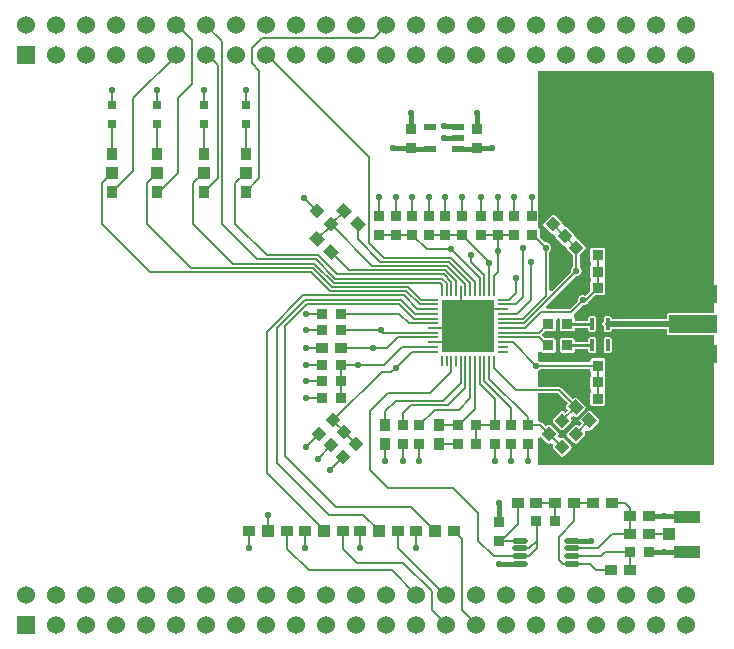
<source format=gtl>
G04 Layer_Physical_Order=1*
G04 Layer_Color=255*
%FSLAX25Y25*%
%MOIN*%
G70*
G01*
G75*
%ADD10R,0.08661X0.04134*%
%ADD11R,0.03937X0.03937*%
%ADD12R,0.03937X0.03740*%
%ADD13O,0.05315X0.01968*%
%ADD14R,0.03740X0.03543*%
%ADD15R,0.03543X0.03740*%
%ADD16R,0.15984X0.05984*%
G04:AMPARAMS|DCode=17|XSize=35.43mil|YSize=37.4mil|CornerRadius=0mil|HoleSize=0mil|Usage=FLASHONLY|Rotation=315.000|XOffset=0mil|YOffset=0mil|HoleType=Round|Shape=Rectangle|*
%AMROTATEDRECTD17*
4,1,4,-0.02575,-0.00070,0.00070,0.02575,0.02575,0.00070,-0.00070,-0.02575,-0.02575,-0.00070,0.0*
%
%ADD17ROTATEDRECTD17*%

%ADD18R,0.00787X0.03543*%
%ADD19R,0.17323X0.17323*%
%ADD20R,0.03543X0.00787*%
%ADD21R,0.03150X0.03150*%
G04:AMPARAMS|DCode=22|XSize=37.4mil|YSize=39.37mil|CornerRadius=0mil|HoleSize=0mil|Usage=FLASHONLY|Rotation=225.000|XOffset=0mil|YOffset=0mil|HoleType=Round|Shape=Rectangle|*
%AMROTATEDRECTD22*
4,1,4,-0.00070,0.02714,0.02714,-0.00070,0.00070,-0.02714,-0.02714,0.00070,-0.00070,0.02714,0.0*
%
%ADD22ROTATEDRECTD22*%

%ADD23R,0.03740X0.03937*%
%ADD24R,0.03937X0.03937*%
%ADD25R,0.03937X0.03937*%
%ADD26R,0.01378X0.03937*%
%ADD27R,0.04331X0.02362*%
G04:AMPARAMS|DCode=28|XSize=35.43mil|YSize=37.4mil|CornerRadius=0mil|HoleSize=0mil|Usage=FLASHONLY|Rotation=45.000|XOffset=0mil|YOffset=0mil|HoleType=Round|Shape=Rectangle|*
%AMROTATEDRECTD28*
4,1,4,0.00070,-0.02575,-0.02575,0.00070,-0.00070,0.02575,0.02575,-0.00070,0.00070,-0.02575,0.0*
%
%ADD28ROTATEDRECTD28*%

%ADD29C,0.00800*%
%ADD30C,0.01500*%
%ADD31C,0.01800*%
%ADD32C,0.01799*%
%ADD33C,0.01000*%
%ADD34C,0.01987*%
%ADD35C,0.06000*%
%ADD36R,0.06000X0.06000*%
%ADD37C,0.02200*%
%ADD38C,0.03800*%
%ADD39C,0.02362*%
G36*
X308686Y193299D02*
Y122000D01*
Y113142D01*
X293508D01*
X293049Y112951D01*
X292858Y112492D01*
Y111268D01*
X274397D01*
Y111512D01*
X274207Y111971D01*
X273748Y112161D01*
X272370D01*
X271911Y111971D01*
X271721Y111512D01*
Y110477D01*
X271334Y109543D01*
X271721Y108610D01*
Y107575D01*
X271911Y107116D01*
X272370Y106925D01*
X273748D01*
X274207Y107116D01*
X274397Y107575D01*
Y107818D01*
X292858D01*
Y106508D01*
X293049Y106049D01*
X293508Y105858D01*
X308686D01*
Y92000D01*
Y62500D01*
X250000D01*
Y71507D01*
X251000Y71921D01*
X253023Y69899D01*
X253482Y69708D01*
X253941Y69899D01*
X254037Y69994D01*
X255008Y69551D01*
X254971Y68868D01*
X254971Y68868D01*
Y68868D01*
X254781Y68409D01*
X254971Y67950D01*
X254971Y67950D01*
X255029Y67892D01*
X257477Y65444D01*
X257936Y65254D01*
X258395Y65444D01*
X260982Y68031D01*
X261040Y68089D01*
Y68089D01*
X261230Y68548D01*
X261040Y69007D01*
X261040Y69008D01*
X260982Y69065D01*
X258535Y71513D01*
X258075Y71703D01*
X257616Y71513D01*
X257520Y71417D01*
X256549Y71860D01*
X256586Y72543D01*
X256586Y72543D01*
Y72543D01*
X256776Y73002D01*
X256586Y73462D01*
X256586Y73462D01*
X256528Y73519D01*
X254080Y75967D01*
X253621Y76157D01*
X253162Y75967D01*
X252607Y75412D01*
X251393Y76626D01*
X250627Y76943D01*
X250000Y77622D01*
Y86418D01*
X256389D01*
X259861Y82945D01*
X259323Y82406D01*
X259132Y81947D01*
X259323Y81488D01*
X259919Y80892D01*
X258992Y79965D01*
X258535Y80421D01*
X258075Y80612D01*
X257616Y80421D01*
X255029Y77834D01*
X254971Y77777D01*
Y77777D01*
X254781Y77318D01*
X254971Y76858D01*
X254971Y76858D01*
X255029Y76801D01*
X257477Y74353D01*
X257936Y74163D01*
X258395Y74353D01*
X260982Y76940D01*
X261040Y76998D01*
Y76998D01*
X261230Y77457D01*
X261040Y77916D01*
X260980Y78417D01*
X261931Y78880D01*
X262106Y78704D01*
X262566Y78514D01*
X263025Y78704D01*
X265670Y81349D01*
X265860Y81808D01*
X265670Y82267D01*
X262886Y85051D01*
X262426Y85241D01*
X261967Y85051D01*
X261392Y84476D01*
X257603Y88265D01*
X256837Y88582D01*
X256837Y88582D01*
X250000D01*
Y93934D01*
X250399Y94254D01*
X250644Y94356D01*
X250703Y94498D01*
X250799Y94574D01*
X267262D01*
Y93885D01*
X267452Y93426D01*
X267452Y92388D01*
X267262Y91928D01*
Y88385D01*
X267452Y87926D01*
X267452Y86888D01*
X267262Y86428D01*
Y82885D01*
X267452Y82426D01*
X267911Y82236D01*
X271651D01*
X272110Y82426D01*
X272301Y82885D01*
Y86428D01*
X272110Y86888D01*
X272110Y87926D01*
X272301Y88385D01*
Y91928D01*
X272110Y92388D01*
X272110Y93426D01*
X272301Y93885D01*
Y97429D01*
X272110Y97888D01*
X271651Y98078D01*
X267911D01*
X267452Y97888D01*
X267262Y97429D01*
Y96739D01*
X250735D01*
X250644Y96958D01*
X250000Y97225D01*
Y100078D01*
X251000Y100277D01*
X251021Y100226D01*
X251480Y100036D01*
X255221D01*
X255680Y100226D01*
X255870Y100685D01*
Y104228D01*
X255680Y104688D01*
X255221Y104878D01*
X252066D01*
X251116Y105828D01*
X251066Y106079D01*
X252066Y107079D01*
X255221D01*
X255680Y107269D01*
X255870Y107728D01*
Y110721D01*
X256562Y111533D01*
X257130Y111272D01*
Y107728D01*
X257320Y107269D01*
X257780Y107079D01*
X261520D01*
X261979Y107269D01*
X262169Y107728D01*
Y108309D01*
X266602D01*
Y107575D01*
X266793Y107116D01*
X267252Y106925D01*
X268630D01*
X269089Y107116D01*
X269279Y107575D01*
Y111512D01*
X269089Y111971D01*
X268630Y112161D01*
X267252D01*
X266793Y111971D01*
X266602Y111512D01*
Y110691D01*
X262169D01*
Y111272D01*
X261979Y111731D01*
X261967Y111736D01*
X261871Y112212D01*
X261876Y112845D01*
X264781Y115751D01*
X265000Y115660D01*
X266301Y116199D01*
X266504Y116688D01*
X266616Y116735D01*
X268960Y119079D01*
X271721D01*
X272180Y119269D01*
X272370Y119728D01*
Y123272D01*
X272180Y123731D01*
X272180Y124769D01*
X272370Y125228D01*
Y128772D01*
X272180Y129231D01*
X272180Y130269D01*
X272370Y130728D01*
Y134272D01*
X272180Y134731D01*
X271721Y134921D01*
X267980D01*
X267521Y134731D01*
X267331Y134272D01*
Y130728D01*
X267521Y130269D01*
X267521Y129231D01*
X267331Y128772D01*
Y125228D01*
X267521Y124769D01*
X267521Y123731D01*
X267331Y123272D01*
Y120511D01*
X265820Y119000D01*
X265000Y119340D01*
X263699Y118801D01*
X263160Y117500D01*
X263250Y117281D01*
X260552Y114582D01*
X252893D01*
X252511Y115506D01*
X262440Y125435D01*
X262659Y125345D01*
X263960Y125884D01*
X264499Y127185D01*
X263960Y128486D01*
X263741Y128577D01*
Y132639D01*
X265635Y134533D01*
X265693Y134591D01*
Y134591D01*
X265883Y135050D01*
X265693Y135509D01*
X265693Y135509D01*
X265635Y135567D01*
X263187Y138015D01*
X262728Y138205D01*
X262004Y138929D01*
X261979Y138977D01*
X261804Y139398D01*
X261804Y139398D01*
X261746Y139456D01*
X259298Y141904D01*
X258839Y142094D01*
X258115Y142818D01*
X258089Y142866D01*
X257915Y143288D01*
X257915Y143288D01*
X257857Y143345D01*
X255409Y145793D01*
X254950Y145983D01*
X254491Y145793D01*
X251904Y143206D01*
X251846Y143148D01*
Y143148D01*
X251656Y142689D01*
X251846Y142230D01*
X251846Y142230D01*
X251904Y142172D01*
X254352Y139724D01*
X254811Y139534D01*
X255535Y138810D01*
X255560Y138762D01*
X255735Y138341D01*
X255735Y138341D01*
X255793Y138283D01*
X258241Y135835D01*
X258700Y135645D01*
X259424Y134921D01*
X259450Y134873D01*
X259624Y134452D01*
X259624Y134452D01*
X259682Y134394D01*
X261576Y132500D01*
Y128577D01*
X261357Y128486D01*
X260819Y127185D01*
X260909Y126966D01*
X254506Y120563D01*
X253582Y120946D01*
Y133608D01*
X253801Y133699D01*
X254340Y135000D01*
X253801Y136301D01*
X252500Y136840D01*
X252281Y136749D01*
X250421Y138610D01*
Y141220D01*
X250231Y141680D01*
X250000Y141775D01*
X250000Y193988D01*
X307979Y194006D01*
X308686Y193299D01*
D02*
G37*
%LPC*%
G36*
X266881Y80787D02*
X266422Y80597D01*
X263777Y77952D01*
X263587Y77493D01*
X263777Y77034D01*
X264403Y76407D01*
X263476Y75480D01*
X262989Y75967D01*
X262529Y76157D01*
X262070Y75967D01*
X259483Y73380D01*
X259426Y73322D01*
Y73322D01*
X259235Y72863D01*
X259426Y72404D01*
X259426Y72404D01*
X259483Y72347D01*
X261931Y69899D01*
X262390Y69708D01*
X262849Y69899D01*
X265437Y72486D01*
X265494Y72543D01*
Y72543D01*
X265684Y73002D01*
X265494Y73462D01*
X265469Y73928D01*
X266446Y74364D01*
X266561Y74250D01*
X267020Y74060D01*
X267479Y74250D01*
X270124Y76894D01*
X270314Y77354D01*
X270124Y77813D01*
X267340Y80597D01*
X266881Y80787D01*
D02*
G37*
G36*
X273748Y105075D02*
X272370D01*
X271911Y104884D01*
X271721Y104425D01*
Y100488D01*
X271911Y100029D01*
X272370Y99839D01*
X273748D01*
X274207Y100029D01*
X274397Y100488D01*
Y104425D01*
X274207Y104884D01*
X273748Y105075D01*
D02*
G37*
G36*
X268630D02*
X267252D01*
X266793Y104884D01*
X266602Y104425D01*
Y103647D01*
X262169D01*
Y104228D01*
X261979Y104688D01*
X261520Y104878D01*
X257780D01*
X257320Y104688D01*
X257130Y104228D01*
Y100685D01*
X257320Y100226D01*
X257780Y100036D01*
X261520D01*
X261979Y100226D01*
X262169Y100685D01*
Y101266D01*
X266602D01*
Y100488D01*
X266793Y100029D01*
X267252Y99839D01*
X268630D01*
X269089Y100029D01*
X269279Y100488D01*
Y104425D01*
X269089Y104884D01*
X268630Y105075D01*
D02*
G37*
%LPD*%
D10*
X299500Y33693D02*
D03*
Y45307D02*
D03*
D11*
X293595Y39500D02*
D03*
D12*
X249382Y50000D02*
D03*
X243083D02*
D03*
X268150D02*
D03*
X274449D02*
D03*
X280650Y45500D02*
D03*
X286949D02*
D03*
X274350Y27500D02*
D03*
X280650D02*
D03*
X261879Y50000D02*
D03*
X255580D02*
D03*
X280650Y39500D02*
D03*
X286949D02*
D03*
X177850Y101620D02*
D03*
X184150D02*
D03*
X209201Y40500D02*
D03*
X221799Y40500D02*
D03*
X172201Y40500D02*
D03*
X184799Y40500D02*
D03*
X190701Y40500D02*
D03*
X203299Y40500D02*
D03*
X153701Y40500D02*
D03*
X166299D02*
D03*
D13*
X243740Y37339D02*
D03*
X243740Y34780D02*
D03*
X243740Y32221D02*
D03*
Y29661D02*
D03*
X261260Y37339D02*
D03*
Y34780D02*
D03*
Y32221D02*
D03*
Y29661D02*
D03*
D14*
X255650Y44000D02*
D03*
X249351D02*
D03*
X280650Y33500D02*
D03*
X286949D02*
D03*
X229380Y75740D02*
D03*
X223081D02*
D03*
X223081Y69591D02*
D03*
X229380D02*
D03*
X276080Y95657D02*
D03*
X269781Y95657D02*
D03*
X276080Y90157D02*
D03*
X269781D02*
D03*
X276080Y84657D02*
D03*
X269781Y84657D02*
D03*
X276150Y132500D02*
D03*
X269850D02*
D03*
X276150Y127000D02*
D03*
X269850D02*
D03*
X276150Y121500D02*
D03*
X269850D02*
D03*
X259650Y109500D02*
D03*
X253350D02*
D03*
X259650Y102457D02*
D03*
X253350D02*
D03*
X177850Y95937D02*
D03*
X184150D02*
D03*
X177850Y90437D02*
D03*
X184150D02*
D03*
X177850Y84937D02*
D03*
X184150D02*
D03*
X177850Y107437D02*
D03*
X184150D02*
D03*
X177850Y112937D02*
D03*
X184150D02*
D03*
D15*
X237000Y37350D02*
D03*
Y43650D02*
D03*
X246489Y69561D02*
D03*
X246489Y75861D02*
D03*
X240989Y69561D02*
D03*
X240989Y75861D02*
D03*
X235489Y69561D02*
D03*
X235489Y75861D02*
D03*
X242000Y145650D02*
D03*
X242000Y139350D02*
D03*
X236500Y145650D02*
D03*
Y139350D02*
D03*
X231000Y145650D02*
D03*
Y139350D02*
D03*
X204848Y69591D02*
D03*
Y75890D02*
D03*
X210348Y69591D02*
D03*
Y75890D02*
D03*
X248000Y145650D02*
D03*
Y139350D02*
D03*
X207500Y174650D02*
D03*
Y168350D02*
D03*
X229500Y174650D02*
D03*
Y168350D02*
D03*
X197000Y145650D02*
D03*
Y139350D02*
D03*
X202500Y145650D02*
D03*
X202500Y139350D02*
D03*
X208000Y145650D02*
D03*
Y139350D02*
D03*
X213500Y145650D02*
D03*
X213500Y139350D02*
D03*
X219000Y145650D02*
D03*
Y139350D02*
D03*
X224500Y145650D02*
D03*
Y139350D02*
D03*
D16*
X301500Y109500D02*
D03*
Y99500D02*
D03*
Y119500D02*
D03*
D17*
X262460Y72933D02*
D03*
X258006Y68479D02*
D03*
X258006Y77387D02*
D03*
X253552Y72933D02*
D03*
X181449Y77442D02*
D03*
X176995Y72988D02*
D03*
X185338Y73553D02*
D03*
X180884Y69099D02*
D03*
X189227Y69664D02*
D03*
X184773Y65210D02*
D03*
X267113Y139435D02*
D03*
X262659Y134980D02*
D03*
X263224Y143324D02*
D03*
X258769Y138870D02*
D03*
X259335Y147213D02*
D03*
X254880Y142759D02*
D03*
D18*
X217839Y97386D02*
D03*
X220988D02*
D03*
X224138D02*
D03*
X227287D02*
D03*
X230437D02*
D03*
X233587D02*
D03*
X235161D02*
D03*
X232012D02*
D03*
X228862D02*
D03*
X225713D02*
D03*
X222563D02*
D03*
X219413D02*
D03*
X233587Y120614D02*
D03*
X230437D02*
D03*
X227287D02*
D03*
X224138D02*
D03*
X220988D02*
D03*
X217839D02*
D03*
X219413D02*
D03*
X222563D02*
D03*
X225713D02*
D03*
X228862D02*
D03*
X232012D02*
D03*
X235161D02*
D03*
D19*
X226500Y109000D02*
D03*
D20*
X238114Y101913D02*
D03*
Y105063D02*
D03*
Y108213D02*
D03*
Y111362D02*
D03*
Y114512D02*
D03*
Y117661D02*
D03*
Y116087D02*
D03*
Y112937D02*
D03*
Y109787D02*
D03*
Y106638D02*
D03*
Y103488D02*
D03*
Y100339D02*
D03*
X214886Y116087D02*
D03*
Y112937D02*
D03*
Y109787D02*
D03*
Y106638D02*
D03*
Y103488D02*
D03*
Y100339D02*
D03*
Y101913D02*
D03*
Y105063D02*
D03*
Y108213D02*
D03*
Y111362D02*
D03*
Y114512D02*
D03*
Y117661D02*
D03*
D21*
X152500Y182650D02*
D03*
Y176350D02*
D03*
X138500Y182650D02*
D03*
Y176350D02*
D03*
X123000Y182650D02*
D03*
Y176350D02*
D03*
X108000Y182650D02*
D03*
Y176350D02*
D03*
D22*
X176384Y138045D02*
D03*
X180838Y133591D02*
D03*
X262496Y81877D02*
D03*
X266950Y77423D02*
D03*
X185273Y147227D02*
D03*
X189727Y142773D02*
D03*
D23*
X216848Y75890D02*
D03*
Y69591D02*
D03*
X152500Y153701D02*
D03*
Y166299D02*
D03*
X138500Y153701D02*
D03*
X138500Y166299D02*
D03*
X123000Y153701D02*
D03*
X123000Y166299D02*
D03*
X108000Y153701D02*
D03*
X108000Y166299D02*
D03*
X198997Y75890D02*
D03*
Y69591D02*
D03*
D24*
X215500Y40500D02*
D03*
X178500D02*
D03*
X197000D02*
D03*
X160000D02*
D03*
D25*
X152500Y160000D02*
D03*
X138500D02*
D03*
X123000D02*
D03*
X108000D02*
D03*
D26*
X273059Y102457D02*
D03*
X270500D02*
D03*
X267941D02*
D03*
Y109543D02*
D03*
X270500D02*
D03*
X273059D02*
D03*
D27*
X223224Y167760D02*
D03*
X223224Y171500D02*
D03*
X223224Y175240D02*
D03*
X213776Y175240D02*
D03*
Y167760D02*
D03*
D28*
X176273Y147227D02*
D03*
X180727Y142773D02*
D03*
D29*
X220988Y134413D02*
X230437Y124964D01*
Y120614D02*
Y124964D01*
X280500Y45500D02*
X280650Y45350D01*
X274521Y39500D02*
X280650D01*
X269801Y34780D02*
X274521Y39500D01*
X261260Y34780D02*
X269801D01*
X261931Y43782D02*
Y50000D01*
X258118Y29661D02*
X261260D01*
X256776Y31003D02*
X258118Y29661D01*
X256776Y31003D02*
Y38627D01*
X261931Y43782D01*
Y50000D02*
X268150D01*
X269239Y27500D02*
X274350D01*
X267077Y29661D02*
X269239Y27500D01*
X261260Y29661D02*
X267077D01*
X280500Y27500D02*
X280650Y27650D01*
Y33500D01*
X272301D02*
X280650D01*
X271021Y32221D02*
X272301Y33500D01*
X261260Y32221D02*
X271021D01*
X274500Y50000D02*
X278974D01*
X280650Y48324D01*
Y45500D02*
Y48324D01*
Y39500D02*
Y45350D01*
X243591Y37350D02*
X243740Y37500D01*
X237000Y37350D02*
X243591D01*
X237500Y37382D02*
X243083Y42965D01*
Y50000D01*
X249500Y37350D02*
Y44000D01*
Y34936D02*
Y37350D01*
X246929Y34780D02*
X249500Y37350D01*
X243740Y34780D02*
X246929D01*
X243740Y32221D02*
X246784D01*
X249500Y34936D01*
X235161Y32221D02*
X243740D01*
X200000Y55000D02*
X221500D01*
X230000Y37382D02*
X235161Y32221D01*
X230000Y37382D02*
Y46500D01*
X221500Y55000D02*
X230000Y46500D01*
X249500Y50000D02*
X255580D01*
X255650Y44000D02*
Y49974D01*
X286949Y39500D02*
X293049D01*
X261000Y113500D02*
X265000Y117500D01*
X251000Y113500D02*
X261000D01*
X265000Y117500D02*
X265850D01*
X269850Y121500D01*
X245713Y108213D02*
X251000Y113500D01*
X238114Y116087D02*
X242587D01*
X238114Y117661D02*
X240161D01*
X232500Y114500D02*
X232512Y114512D01*
X238114D01*
X269850Y121500D02*
Y127000D01*
Y132500D01*
X250350Y105063D02*
X253500Y101913D01*
X238000Y106638D02*
X238114D01*
X223081Y69591D02*
X223348D01*
X216848D02*
X223081D01*
X223348D02*
X223497Y69740D01*
X210348Y63890D02*
Y69591D01*
X204848Y63890D02*
Y69591D01*
X250095Y106638D02*
X253000Y109543D01*
X198997Y63890D02*
Y69591D01*
X181338Y133162D02*
Y134000D01*
X176384Y138045D02*
X180727Y142388D01*
Y142500D01*
Y142773D02*
X181046D01*
X185500Y147227D01*
X189727Y137773D02*
Y142500D01*
X224138Y115138D02*
Y120614D01*
X224000Y115000D02*
X224138Y115138D01*
X214886Y103488D02*
X220488D01*
X220500Y103500D01*
X214886Y108213D02*
X220488D01*
X159500Y199381D02*
X193700Y165181D01*
X181338Y133162D02*
X187019Y127481D01*
X180727Y142773D02*
X194619Y128881D01*
X189727Y137773D02*
X197219Y130281D01*
X202500Y139350D02*
X206600D01*
X196500D02*
X197000D01*
X202500D01*
X213500D02*
X219000D01*
X224150D01*
X224500Y139000D01*
Y139350D02*
X233587Y130264D01*
X233500Y130177D02*
X233587Y130264D01*
X233500Y130000D02*
Y130177D01*
X232012Y120614D02*
Y125871D01*
X231000Y139350D02*
X235850D01*
X236000Y139500D01*
X236500Y139350D02*
X242000D01*
X242000Y139350D01*
X235161Y125500D02*
X236500Y126839D01*
X235161Y121500D02*
Y125500D01*
X236500Y126839D02*
Y134000D01*
Y139350D01*
X210839Y117661D02*
X214886D01*
X206619Y121881D02*
X210839Y117661D01*
X210434Y116087D02*
X214886D01*
X206039Y120481D02*
X210434Y116087D01*
X139000Y209381D02*
X144500Y203881D01*
X149000Y156500D02*
X152500Y160000D01*
X135000Y156500D02*
X138500Y160000D01*
X119500Y156500D02*
X123000Y160000D01*
X119500Y143000D02*
Y156500D01*
X135000Y143000D02*
Y156500D01*
X144500Y142799D02*
Y203881D01*
X149000Y143000D02*
Y156500D01*
X104500Y143000D02*
Y156500D01*
X108000Y160000D01*
Y153701D02*
X115000Y160701D01*
Y184881D01*
X129500Y199381D01*
X123000Y153701D02*
X123701D01*
X130000Y160000D01*
X129383Y209500D02*
X134500Y204383D01*
X130000Y160000D02*
Y185000D01*
X134500Y189500D01*
Y204383D01*
X138500Y153701D02*
X143100Y158301D01*
Y195781D01*
X139500Y199381D02*
X143100Y195781D01*
X152500Y153701D02*
X157000Y158201D01*
Y194000D01*
X154500Y196500D02*
X157000Y194000D01*
X154500Y196500D02*
Y201500D01*
X158000Y205000D01*
X195383D01*
X199383Y209000D01*
X152500Y166299D02*
Y176000D01*
X152500Y176000D01*
X138500Y166299D02*
Y176000D01*
X139000Y176500D01*
X123000Y176500D02*
X123000Y176500D01*
X123000Y166299D02*
Y176500D01*
X108000Y166299D02*
Y175850D01*
X107500Y176350D02*
X108000Y175850D01*
X108000Y182650D02*
Y187500D01*
X123000Y182650D02*
Y187500D01*
X138500Y182650D02*
Y187500D01*
X152500Y182500D02*
Y187500D01*
X172000Y151500D02*
X176273Y147227D01*
X209650Y114512D02*
X214886D01*
X205080Y119081D02*
X209650Y114512D01*
X209651Y112937D02*
X214886D01*
X209650Y112939D02*
X209651Y112937D01*
X208909Y112939D02*
X209650D01*
X204167Y117681D02*
X208909Y112939D01*
X208506Y111362D02*
X214886D01*
X203587Y116281D02*
X208506Y111362D01*
X193700Y136462D02*
Y165181D01*
Y136462D02*
X198481Y131681D01*
X175920Y131100D02*
X182339Y124681D01*
X156199Y131100D02*
X175920D01*
X144500Y142799D02*
X156199Y131100D01*
X175340Y129700D02*
X181759Y123281D01*
X149000Y143000D02*
X159500Y132500D01*
X176500D01*
X182919Y126081D01*
X148300Y129700D02*
X175340D01*
X135000Y143000D02*
X148300Y129700D01*
X181179Y121881D02*
X206619D01*
X174760Y128300D02*
X181179Y121881D01*
X134200Y128300D02*
X174760D01*
X119500Y143000D02*
X134200Y128300D01*
X180599Y120481D02*
X206039D01*
X174180Y126900D02*
X180599Y120481D01*
X104500Y143000D02*
X120600Y126900D01*
X174180D01*
X165500Y65500D02*
X182500Y48500D01*
X207500D01*
X163000Y63081D02*
X180081Y46000D01*
X159500Y60000D02*
X178500Y41000D01*
X221799Y40500D02*
X224500Y37799D01*
Y14380D02*
Y37799D01*
Y14380D02*
X229380Y9500D01*
X180081Y46000D02*
X191719D01*
X197219Y40500D01*
X214500Y14381D02*
Y20500D01*
Y14381D02*
X219500Y9381D01*
X201264Y27500D02*
X209383Y19381D01*
X205000Y30000D02*
X214500Y20500D01*
X166299Y34701D02*
Y41000D01*
Y34701D02*
X173500Y27500D01*
X201264D01*
X203299Y34852D02*
Y40500D01*
Y34852D02*
X219151Y19000D01*
X219383D01*
X184799Y34701D02*
Y40500D01*
Y34701D02*
X189500Y30000D01*
X205000D01*
X153701Y35000D02*
Y40500D01*
X172201Y35000D02*
Y40500D01*
X190701Y35000D02*
Y40500D01*
X209201Y35000D02*
Y40500D01*
X160000D02*
Y46000D01*
X198481Y131681D02*
X220757D01*
X197219Y130281D02*
X220177D01*
X194619Y128881D02*
X219597D01*
X181759Y123281D02*
X217219D01*
X182339Y124681D02*
X217857D01*
X182919Y126081D02*
X218437D01*
X187019Y127481D02*
X219017D01*
X217839Y120614D02*
Y122661D01*
X217219Y123281D02*
X217839Y122661D01*
X219413Y120614D02*
Y123125D01*
X217857Y124681D02*
X219413Y123125D01*
X218437Y126081D02*
X220988Y123530D01*
Y120614D02*
Y123530D01*
X219017Y127481D02*
X222563Y123935D01*
Y120614D02*
Y123935D01*
X227500Y130383D02*
Y132500D01*
Y130383D02*
X232012Y125871D01*
X220757Y131681D02*
X228862Y123576D01*
Y120614D02*
Y123576D01*
X220177Y130281D02*
X227287Y123171D01*
Y120614D02*
Y123171D01*
X219597Y128881D02*
X225713Y122766D01*
Y121500D02*
Y122766D01*
X197000Y145650D02*
Y152000D01*
X202500Y145650D02*
Y152000D01*
X202500Y152000D02*
X202500Y152000D01*
X208000Y145650D02*
Y152000D01*
X213500Y145650D02*
Y152000D01*
X213500Y152000D02*
X213500Y152000D01*
X219000Y145650D02*
Y152000D01*
X224500Y145650D02*
Y152000D01*
X231000Y145650D02*
Y152000D01*
X236500Y145650D02*
Y152000D01*
X242000Y145650D02*
Y152000D01*
X248000Y145650D02*
Y152000D01*
X244856Y111362D02*
X252500Y119006D01*
Y135000D01*
X254880Y142759D02*
X258639Y139000D01*
X258769Y138870D02*
X262659Y134980D01*
X262659Y127185D02*
Y134980D01*
X262659D02*
X262659D01*
X245261Y109787D02*
X262659Y127185D01*
X206738Y109787D02*
X214886D01*
X203525Y113000D02*
X206738Y109787D01*
X184150Y113000D02*
X203525D01*
X184273Y101620D02*
X195000D01*
X199620D01*
X203063Y105063D01*
X214886D01*
X198362Y106638D02*
X214886D01*
X197500Y107500D02*
X197563Y107437D01*
X198362Y106638D01*
X240161Y117661D02*
X242500Y120000D01*
Y125000D01*
X184150Y84937D02*
Y90287D01*
Y90437D02*
Y95507D01*
X184000Y95657D02*
X184150Y95507D01*
X184000Y90437D02*
X184150Y90287D01*
X198437Y95937D02*
X204413Y101913D01*
X214500D01*
X190000Y95937D02*
Y96000D01*
X184150Y95937D02*
X190000D01*
X198437D01*
X185338Y73553D02*
X189227Y69664D01*
Y69500D02*
Y69664D01*
X185419Y73500D02*
X185773D01*
X181711Y77442D02*
X197768Y93500D01*
X181949Y76942D02*
X181976D01*
X182211D01*
X181976D02*
X185419Y73500D01*
X197768Y93500D02*
X201000D01*
X207839Y100339D02*
X214000D01*
X201000Y93500D02*
X202500Y95000D01*
X207839Y100339D01*
X172500Y112937D02*
X177850D01*
X159500Y106867D02*
X171715Y119081D01*
X163000Y108387D02*
X172294Y117681D01*
X165500Y108907D02*
X172874Y116281D01*
X165500Y65500D02*
Y108907D01*
X172874Y116281D02*
X203587D01*
X172294Y117681D02*
X204167D01*
X163000Y63081D02*
Y108387D01*
X159500Y60000D02*
Y106867D01*
X171715Y119081D02*
X205080D01*
X172500Y107437D02*
X177850D01*
X172500Y101620D02*
X177850D01*
X172500Y95937D02*
X177850D01*
X172500Y90437D02*
X177850D01*
X172563Y84937D02*
X177850D01*
X172500Y85000D02*
X172563Y84937D01*
Y68556D02*
X176995Y72988D01*
X172563Y68500D02*
Y68556D01*
X176420Y64635D02*
X180884Y69099D01*
X176420Y64500D02*
Y64635D01*
X180581Y61018D02*
X184773Y65210D01*
X180581Y61000D02*
Y61018D01*
X220988Y93488D02*
Y97386D01*
X214000Y86500D02*
X220988Y93488D01*
X200000Y86500D02*
X214000D01*
X194000Y80500D02*
X200000Y86500D01*
X194000Y61000D02*
Y80500D01*
X207500Y48500D02*
X215500Y40500D01*
X194000Y61000D02*
X200000Y55000D01*
X225713Y88365D02*
Y97386D01*
X219848Y82500D02*
X225713Y88365D01*
X207580Y82500D02*
X219848D01*
X204848Y79768D02*
X207580Y82500D01*
X204848Y76500D02*
Y79768D01*
X227287Y84787D02*
Y97386D01*
X223500Y81000D02*
X227287Y84787D01*
X215608Y81000D02*
X223500D01*
X210348Y75740D02*
X215608Y81000D01*
X228862Y81281D02*
Y97386D01*
X216760Y75740D02*
X223081D01*
X216500Y76000D02*
X216760Y75740D01*
X223081Y75500D02*
X228862Y81281D01*
X229380Y69591D02*
Y75480D01*
X229000Y75861D02*
X229380Y75480D01*
X229380Y75740D02*
X235500D01*
X230437Y97386D02*
Y97500D01*
Y89563D02*
Y97386D01*
Y89563D02*
X235489Y84511D01*
Y75861D02*
Y84511D01*
X232012Y90575D02*
Y97386D01*
Y90575D02*
X241000Y81587D01*
Y75740D02*
Y81587D01*
X233587Y91350D02*
Y97386D01*
Y91350D02*
X246489Y78448D01*
Y75861D02*
Y78448D01*
X235161Y94925D02*
Y97386D01*
Y94925D02*
X242587Y87500D01*
X256837D01*
X262460Y81877D01*
X258000Y77442D02*
X262435Y81877D01*
X262460D01*
X262496D01*
X246489Y75861D02*
X250627D01*
X253500Y72988D01*
X253552Y72933D02*
X257928Y68556D01*
X258000D01*
X262460Y72933D02*
X266950Y77423D01*
Y77500D01*
X269781Y84657D02*
Y90157D01*
Y95102D01*
X249343Y95657D02*
X269781D01*
X269383Y95500D02*
X269781Y95102D01*
X224138Y89881D02*
Y97386D01*
X218157Y83900D02*
X224138Y89881D01*
X202400Y83900D02*
X218157D01*
X198997Y80497D02*
X202400Y83900D01*
X198997Y75861D02*
Y75890D01*
Y80497D01*
X235489Y63890D02*
Y69561D01*
X235489Y63890D02*
X235489Y63890D01*
X241000Y63900D02*
Y70000D01*
X240989Y63890D02*
X241000Y63900D01*
X246500D02*
Y70000D01*
X246489Y63890D02*
X246500Y63900D01*
X276080Y95657D02*
X282000D01*
X276080Y90157D02*
X282000D01*
X276080Y84657D02*
X282000D01*
X282000Y84657D01*
X276150Y132500D02*
X282000D01*
X276150Y127000D02*
X282000D01*
X276150Y121500D02*
X282000D01*
X259335Y147213D02*
X263500Y151378D01*
X263224Y143324D02*
X263324D01*
X267500Y147500D01*
X267113Y139435D02*
X271500Y143822D01*
X242587Y116087D02*
X245000Y118500D01*
X233587Y120789D02*
Y130264D01*
X208000Y139350D02*
X212938Y134413D01*
X220988D01*
X238114Y112937D02*
X242937D01*
X238114Y111362D02*
X244856D01*
X238114Y109787D02*
X245261D01*
X238114Y103488D02*
X241512D01*
X249343Y95657D01*
X238500Y105063D02*
X250350D01*
X238114Y106638D02*
X250095D01*
X238114Y108213D02*
X245713D01*
X245000Y118500D02*
Y134980D01*
X242937Y112937D02*
X247500Y117500D01*
Y130177D01*
X248000Y139500D02*
X252500Y135000D01*
X184150Y107500D02*
X197500D01*
D30*
X261260Y37339D02*
X267521D01*
X237000Y43650D02*
Y49974D01*
X291780Y33500D02*
X299383D01*
X286949D02*
X291780D01*
Y45500D02*
X299500D01*
X286949D02*
X291780D01*
X228909Y167760D02*
X229500Y168350D01*
X223224Y167760D02*
X228909D01*
X208240D02*
X213776D01*
X218500Y171500D02*
X223224D01*
X229500Y174650D02*
Y180000D01*
X207500Y174650D02*
Y180000D01*
X218500Y175500D02*
X223000D01*
X229500Y168350D02*
X234500D01*
X201500D02*
X207500Y168350D01*
Y168500D02*
X208240Y167760D01*
D31*
X237000Y29661D02*
X237000Y29661D01*
X243740D01*
X255624Y50000D02*
X255650Y49974D01*
D32*
X288000Y119500D02*
X301500D01*
X288000Y99500D02*
X301500D01*
D33*
X259650Y102457D02*
X267941D01*
X259650Y109500D02*
X267728D01*
D34*
X273059Y109543D02*
X300606D01*
D35*
X89383Y19381D02*
D03*
Y9381D02*
D03*
X179383Y19381D02*
D03*
X189383Y9381D02*
D03*
X179383D02*
D03*
X289383D02*
D03*
X299383Y19381D02*
D03*
X259383Y9381D02*
D03*
X189383Y19381D02*
D03*
X199383Y9381D02*
D03*
X169383Y19381D02*
D03*
X99383D02*
D03*
Y9381D02*
D03*
X229383Y19381D02*
D03*
Y9381D02*
D03*
X239383D02*
D03*
X249383D02*
D03*
X239383Y19381D02*
D03*
X249383D02*
D03*
X259383D02*
D03*
X269383D02*
D03*
Y9381D02*
D03*
X279383Y19381D02*
D03*
Y9381D02*
D03*
X289383Y19381D02*
D03*
X299383Y9381D02*
D03*
X219383Y19381D02*
D03*
Y9381D02*
D03*
X209383D02*
D03*
Y19381D02*
D03*
X119383D02*
D03*
X109383D02*
D03*
Y9381D02*
D03*
X119383D02*
D03*
X199383Y19381D02*
D03*
X159383D02*
D03*
X139383Y9381D02*
D03*
X169383D02*
D03*
X129383Y19381D02*
D03*
X139383D02*
D03*
X129383Y9381D02*
D03*
X149383D02*
D03*
Y19381D02*
D03*
X159383Y9381D02*
D03*
X79383Y19381D02*
D03*
X89383Y209381D02*
D03*
Y199381D02*
D03*
X179383Y209381D02*
D03*
X189383Y199381D02*
D03*
X179383D02*
D03*
X289383D02*
D03*
X299383Y209381D02*
D03*
X259383Y199381D02*
D03*
X189383Y209381D02*
D03*
X199383Y199381D02*
D03*
X169383Y209381D02*
D03*
X99383D02*
D03*
Y199381D02*
D03*
X229383Y209381D02*
D03*
Y199381D02*
D03*
X239383D02*
D03*
X249383D02*
D03*
X239383Y209381D02*
D03*
X249383D02*
D03*
X259383D02*
D03*
X269383D02*
D03*
Y199381D02*
D03*
X279383Y209381D02*
D03*
Y199381D02*
D03*
X289383Y209381D02*
D03*
X299383Y199381D02*
D03*
X219383Y209381D02*
D03*
Y199381D02*
D03*
X209383D02*
D03*
Y209381D02*
D03*
X119383D02*
D03*
X109383D02*
D03*
Y199381D02*
D03*
X119383D02*
D03*
X199383Y209381D02*
D03*
X159383D02*
D03*
X139383Y199381D02*
D03*
X169383D02*
D03*
X129383Y209381D02*
D03*
X139383D02*
D03*
X129383Y199381D02*
D03*
X149383D02*
D03*
Y209381D02*
D03*
X159383Y199381D02*
D03*
X79383Y209381D02*
D03*
D36*
Y9381D02*
D03*
Y199381D02*
D03*
D37*
X303799Y191299D02*
D03*
X301299Y186299D02*
D03*
X303799Y181299D02*
D03*
X301299Y176299D02*
D03*
X303799Y171299D02*
D03*
X301299Y166299D02*
D03*
X303799Y161299D02*
D03*
X301299Y156299D02*
D03*
X303799Y151299D02*
D03*
X301299Y146299D02*
D03*
X303799Y141299D02*
D03*
X301299Y136299D02*
D03*
X303799Y131299D02*
D03*
X301299Y86299D02*
D03*
X303799Y81299D02*
D03*
X301299Y76299D02*
D03*
X303799Y71299D02*
D03*
X301299Y66299D02*
D03*
X298799Y191299D02*
D03*
X296299Y186299D02*
D03*
X298799Y181299D02*
D03*
X296299Y176299D02*
D03*
X298799Y171299D02*
D03*
X296299Y166299D02*
D03*
X298799Y161299D02*
D03*
X296299Y156299D02*
D03*
X298799Y151299D02*
D03*
X296299Y146299D02*
D03*
X298799Y141299D02*
D03*
X296299Y136299D02*
D03*
X298799Y131299D02*
D03*
X296299Y86299D02*
D03*
X298799Y81299D02*
D03*
X296299Y76299D02*
D03*
X298799Y71299D02*
D03*
X296299Y66299D02*
D03*
X293799Y191299D02*
D03*
X291299Y186299D02*
D03*
X293799Y181299D02*
D03*
X291299Y176299D02*
D03*
X293799Y171299D02*
D03*
X291299Y166299D02*
D03*
X293799Y161299D02*
D03*
X291299Y156299D02*
D03*
X293799Y151299D02*
D03*
X291299Y146299D02*
D03*
X293799Y141299D02*
D03*
X291299Y136299D02*
D03*
X293799Y131299D02*
D03*
X291299Y86299D02*
D03*
X293799Y81299D02*
D03*
X291299Y76299D02*
D03*
X293799Y71299D02*
D03*
X291299Y66299D02*
D03*
X288799Y191299D02*
D03*
X286299Y186299D02*
D03*
X288799Y181299D02*
D03*
X286299Y176299D02*
D03*
X288799Y171299D02*
D03*
X286299Y166299D02*
D03*
X288799Y161299D02*
D03*
X286299Y156299D02*
D03*
X288799Y151299D02*
D03*
X286299Y146299D02*
D03*
X288799Y141299D02*
D03*
Y81299D02*
D03*
X286299Y76299D02*
D03*
X288799Y71299D02*
D03*
X286299Y66299D02*
D03*
X283799Y191299D02*
D03*
X281299Y186299D02*
D03*
X283799Y181299D02*
D03*
X281299Y176299D02*
D03*
X283799Y171299D02*
D03*
X281299Y166299D02*
D03*
X283799Y161299D02*
D03*
X281299Y156299D02*
D03*
X283799Y151299D02*
D03*
X281299Y146299D02*
D03*
X283799Y141299D02*
D03*
X281299Y76299D02*
D03*
X283799Y71299D02*
D03*
X281299Y66299D02*
D03*
X278799Y191299D02*
D03*
X276299Y186299D02*
D03*
X278799Y181299D02*
D03*
X276299Y176299D02*
D03*
X278799Y171299D02*
D03*
X276299Y166299D02*
D03*
X278799Y161299D02*
D03*
X276299Y156299D02*
D03*
X278799Y151299D02*
D03*
Y141299D02*
D03*
X276299Y76299D02*
D03*
X278799Y71299D02*
D03*
X276299Y66299D02*
D03*
X273799Y191299D02*
D03*
X271299Y186299D02*
D03*
X273799Y181299D02*
D03*
X271299Y176299D02*
D03*
X273799Y171299D02*
D03*
X271299Y166299D02*
D03*
X273799Y161299D02*
D03*
X271299Y156299D02*
D03*
X273799Y151299D02*
D03*
X271299Y76299D02*
D03*
X273799Y71299D02*
D03*
X271299Y66299D02*
D03*
X268799Y191299D02*
D03*
X266299Y186299D02*
D03*
X268799Y181299D02*
D03*
X266299Y176299D02*
D03*
X268799Y171299D02*
D03*
X266299Y166299D02*
D03*
X268799Y161299D02*
D03*
Y71299D02*
D03*
X266299Y66299D02*
D03*
X263799Y191299D02*
D03*
X261299Y186299D02*
D03*
X263799Y181299D02*
D03*
X261299Y176299D02*
D03*
X263799Y171299D02*
D03*
X261299Y166299D02*
D03*
X263799Y161299D02*
D03*
Y121299D02*
D03*
Y91299D02*
D03*
X261299Y86299D02*
D03*
Y66299D02*
D03*
X258799Y191299D02*
D03*
X256299Y186299D02*
D03*
X258799Y181299D02*
D03*
X256299Y176299D02*
D03*
X258799Y171299D02*
D03*
X256299Y166299D02*
D03*
X258799Y161299D02*
D03*
X256299Y156299D02*
D03*
X258799Y131299D02*
D03*
X256299Y126299D02*
D03*
Y116299D02*
D03*
X258799Y91299D02*
D03*
X253799Y191299D02*
D03*
X251299Y186299D02*
D03*
X253799Y181299D02*
D03*
X251299Y176299D02*
D03*
X253799Y171299D02*
D03*
X251299Y166299D02*
D03*
X253799Y161299D02*
D03*
Y91299D02*
D03*
Y81299D02*
D03*
X267521Y37339D02*
D03*
X237000Y29661D02*
D03*
Y49974D02*
D03*
X291780Y33500D02*
D03*
Y45500D02*
D03*
X265000Y117500D02*
D03*
X210348Y63890D02*
D03*
X204848D02*
D03*
X290900Y104815D02*
D03*
X287247Y105403D02*
D03*
X283547D02*
D03*
X279847D02*
D03*
X276147D02*
D03*
X270110Y113658D02*
D03*
X273677Y114639D02*
D03*
X277252Y113683D02*
D03*
X280952D02*
D03*
X284652D02*
D03*
X288352D02*
D03*
X291780Y115074D02*
D03*
X198997Y63890D02*
D03*
X227500Y132500D02*
D03*
X233500Y130000D02*
D03*
X236500Y134000D02*
D03*
X108000Y187500D02*
D03*
X123000D02*
D03*
X138500D02*
D03*
X152500D02*
D03*
X172000Y151500D02*
D03*
X153701Y35000D02*
D03*
X172201D02*
D03*
X190701D02*
D03*
X209201D02*
D03*
X160000Y46000D02*
D03*
X197000Y152000D02*
D03*
X202500D02*
D03*
X208000Y152000D02*
D03*
X213500D02*
D03*
X219000Y152000D02*
D03*
X224500D02*
D03*
X231000D02*
D03*
X236500D02*
D03*
X242000Y152000D02*
D03*
X248000D02*
D03*
X252500Y135000D02*
D03*
X262659Y127185D02*
D03*
X195000Y101620D02*
D03*
X197563Y107437D02*
D03*
X242500Y125000D02*
D03*
X190000Y96000D02*
D03*
X202500Y95000D02*
D03*
X172500Y112937D02*
D03*
Y107437D02*
D03*
Y101620D02*
D03*
Y95937D02*
D03*
Y90437D02*
D03*
Y85000D02*
D03*
X172563Y68500D02*
D03*
X176420Y64500D02*
D03*
X180581Y61000D02*
D03*
X249343Y95657D02*
D03*
X235489Y63890D02*
D03*
X240989Y63890D02*
D03*
X246489D02*
D03*
X282000Y95657D02*
D03*
Y90157D02*
D03*
Y84657D02*
D03*
Y132500D02*
D03*
Y127000D02*
D03*
Y121500D02*
D03*
X263500Y151378D02*
D03*
X267500Y147500D02*
D03*
X271500Y143822D02*
D03*
X218500Y171500D02*
D03*
X229500Y180000D02*
D03*
X207500D02*
D03*
X218500Y175500D02*
D03*
X234500Y168350D02*
D03*
X201500D02*
D03*
X220988Y134413D02*
D03*
X245000Y134980D02*
D03*
X247500Y130177D02*
D03*
D38*
X288000Y119500D02*
D03*
Y99500D02*
D03*
D39*
X226500Y113921D02*
D03*
Y104079D02*
D03*
Y108803D02*
D03*
X221776Y113528D02*
D03*
X231224D02*
D03*
X221776Y104079D02*
D03*
X231224Y108803D02*
D03*
Y104079D02*
D03*
X221776Y108803D02*
D03*
M02*

</source>
